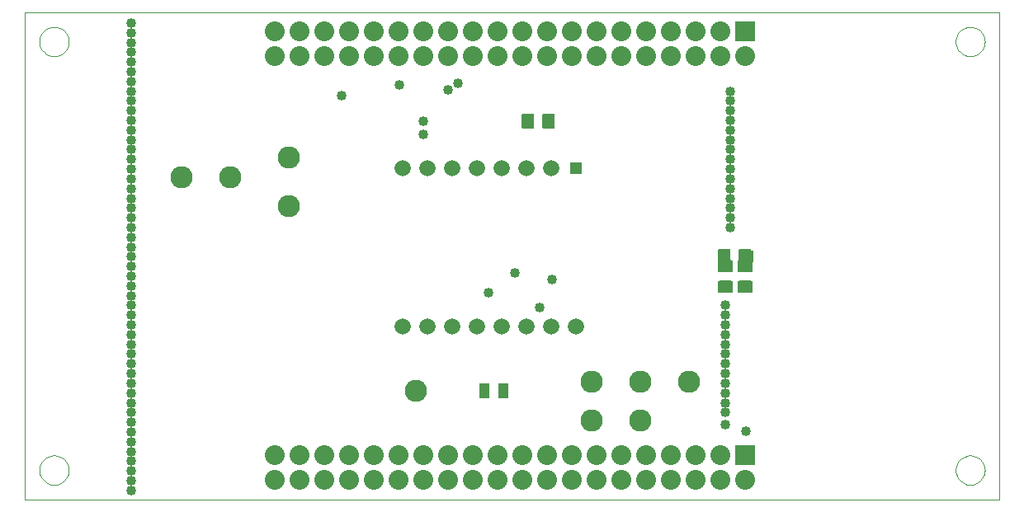
<source format=gbr>
G04 PROTEUS GERBER X2 FILE*
%TF.GenerationSoftware,Labcenter,Proteus,8.16-SP3-Build36097*%
%TF.CreationDate,2025-11-07T09:33:48+00:00*%
%TF.FileFunction,Soldermask,Top*%
%TF.FilePolarity,Negative*%
%TF.Part,Single*%
%TF.SameCoordinates,{ab98911b-3f69-4870-a6fc-6ca9eaabf26d}*%
%FSLAX45Y45*%
%MOMM*%
G01*
%TA.AperFunction,Material*%
%ADD28C,1.016000*%
%AMPPAD021*
4,1,4,
0.586890,0.586890,
0.586890,-0.586890,
-0.586890,-0.586890,
-0.586890,0.586890,
0.586890,0.586890,
0*%
%TA.AperFunction,Material*%
%ADD29PPAD021*%
%ADD72C,1.660000*%
%AMPPAD023*
4,1,36,
-0.508000,0.762000,
0.508000,0.762000,
0.533590,0.759420,
0.557430,0.752020,
0.579000,0.740310,
0.597800,0.724800,
0.613310,0.706000,
0.625020,0.684430,
0.632420,0.660590,
0.635000,0.635000,
0.635000,-0.635000,
0.632420,-0.660590,
0.625020,-0.684430,
0.613310,-0.706000,
0.597800,-0.724800,
0.579000,-0.740310,
0.557430,-0.752020,
0.533590,-0.759420,
0.508000,-0.762000,
-0.508000,-0.762000,
-0.533590,-0.759420,
-0.557430,-0.752020,
-0.579000,-0.740310,
-0.597800,-0.724800,
-0.613310,-0.706000,
-0.625020,-0.684430,
-0.632420,-0.660590,
-0.635000,-0.635000,
-0.635000,0.635000,
-0.632420,0.660590,
-0.625020,0.684430,
-0.613310,0.706000,
-0.597800,0.724800,
-0.579000,0.740310,
-0.557430,0.752020,
-0.533590,0.759420,
-0.508000,0.762000,
0*%
%TA.AperFunction,Material*%
%ADD73PPAD023*%
%TA.AperFunction,Material*%
%ADD30C,2.286000*%
%AMPPAD025*
4,1,4,
-0.469900,0.723900,
0.469900,0.723900,
0.469900,-0.723900,
-0.469900,-0.723900,
-0.469900,0.723900,
0*%
%TA.AperFunction,Material*%
%ADD31PPAD025*%
%AMPPAD026*
4,1,36,
-0.762000,-0.508000,
-0.762000,0.508000,
-0.759420,0.533590,
-0.752020,0.557430,
-0.740310,0.579000,
-0.724800,0.597800,
-0.706000,0.613310,
-0.684430,0.625020,
-0.660590,0.632420,
-0.635000,0.635000,
0.635000,0.635000,
0.660590,0.632420,
0.684430,0.625020,
0.706000,0.613310,
0.724800,0.597800,
0.740310,0.579000,
0.752020,0.557430,
0.759420,0.533590,
0.762000,0.508000,
0.762000,-0.508000,
0.759420,-0.533590,
0.752020,-0.557430,
0.740310,-0.579000,
0.724800,-0.597800,
0.706000,-0.613310,
0.684430,-0.625020,
0.660590,-0.632420,
0.635000,-0.635000,
-0.635000,-0.635000,
-0.660590,-0.632420,
-0.684430,-0.625020,
-0.706000,-0.613310,
-0.724800,-0.597800,
-0.740310,-0.579000,
-0.752020,-0.557430,
-0.759420,-0.533590,
-0.762000,-0.508000,
0*%
%ADD32PPAD026*%
%AMPPAD027*
4,1,36,
-0.350000,0.627000,
0.350000,0.627000,
0.375590,0.624420,
0.399430,0.617020,
0.421000,0.605310,
0.439800,0.589800,
0.455310,0.571000,
0.467020,0.549430,
0.474420,0.525590,
0.477000,0.500000,
0.477000,-0.500000,
0.474420,-0.525590,
0.467020,-0.549430,
0.455310,-0.571000,
0.439800,-0.589800,
0.421000,-0.605310,
0.399430,-0.617020,
0.375590,-0.624420,
0.350000,-0.627000,
-0.350000,-0.627000,
-0.375590,-0.624420,
-0.399430,-0.617020,
-0.421000,-0.605310,
-0.439800,-0.589800,
-0.455310,-0.571000,
-0.467020,-0.549430,
-0.474420,-0.525590,
-0.477000,-0.500000,
-0.477000,0.500000,
-0.474420,0.525590,
-0.467020,0.549430,
-0.455310,0.571000,
-0.439800,0.589800,
-0.421000,0.605310,
-0.399430,0.617020,
-0.375590,0.624420,
-0.350000,0.627000,
0*%
%ADD33PPAD027*%
%AMPPAD028*
4,1,36,
0.889000,-1.016000,
-0.889000,-1.016000,
-0.914590,-1.013420,
-0.938430,-1.006020,
-0.960000,-0.994310,
-0.978800,-0.978800,
-0.994310,-0.960000,
-1.006020,-0.938430,
-1.013420,-0.914590,
-1.016000,-0.889000,
-1.016000,0.889000,
-1.013420,0.914590,
-1.006020,0.938430,
-0.994310,0.960000,
-0.978800,0.978800,
-0.960000,0.994310,
-0.938430,1.006020,
-0.914590,1.013420,
-0.889000,1.016000,
0.889000,1.016000,
0.914590,1.013420,
0.938430,1.006020,
0.960000,0.994310,
0.978800,0.978800,
0.994310,0.960000,
1.006020,0.938430,
1.013420,0.914590,
1.016000,0.889000,
1.016000,-0.889000,
1.013420,-0.914590,
1.006020,-0.938430,
0.994310,-0.960000,
0.978800,-0.978800,
0.960000,-0.994310,
0.938430,-1.006020,
0.914590,-1.013420,
0.889000,-1.016000,
0*%
%TA.AperFunction,Material*%
%ADD34PPAD028*%
%ADD35C,2.032000*%
%TA.AperFunction,Profile*%
%ADD22C,0.101600*%
%TD.AperFunction*%
D28*
X+4100000Y+3894726D03*
X+4100000Y+3759398D03*
X+7410000Y+710000D03*
X+4351823Y+4211740D03*
X+4770000Y+2130000D03*
X+3853180Y+4264111D03*
X+5040000Y+2334894D03*
X+5420000Y+2270000D03*
X+5286809Y+1980949D03*
X+4450555Y+4285447D03*
X+3259081Y+4157520D03*
X+1100000Y+4900000D03*
X+1100000Y+4800000D03*
X+1100000Y+4700000D03*
X+1100000Y+4600000D03*
X+1100000Y+4500000D03*
X+1100000Y+4400000D03*
X+1100000Y+4300000D03*
X+1100000Y+4200000D03*
X+1100000Y+4100000D03*
X+1100000Y+4000000D03*
X+1100000Y+3900000D03*
X+1100000Y+3800000D03*
X+1100000Y+3700000D03*
X+1100000Y+3600000D03*
X+1100000Y+3500000D03*
X+1100000Y+3400000D03*
X+1100000Y+3300000D03*
X+1100000Y+3200000D03*
X+1100000Y+3100000D03*
X+1100000Y+3000000D03*
X+1100000Y+2900000D03*
X+1100000Y+2800000D03*
X+1100000Y+2700000D03*
X+1100000Y+2600000D03*
X+1100000Y+2500000D03*
X+1100000Y+2400000D03*
X+1100000Y+2300000D03*
X+1100000Y+2200000D03*
X+1100000Y+2100000D03*
X+1100000Y+2000000D03*
X+1100000Y+1900000D03*
X+1100000Y+1800000D03*
X+1100000Y+1700000D03*
X+1100000Y+1600000D03*
X+1100000Y+1500000D03*
X+1100000Y+1400000D03*
X+1100000Y+1300000D03*
X+1100000Y+1200000D03*
X+1100000Y+1100000D03*
X+1100000Y+1000000D03*
X+1100000Y+900000D03*
X+1100000Y+800000D03*
X+1100000Y+700000D03*
X+1100000Y+600000D03*
X+1100000Y+500000D03*
X+1100000Y+400000D03*
X+1100000Y+300000D03*
X+1100000Y+200000D03*
X+1100000Y+100000D03*
X+7250000Y+3900000D03*
X+7250000Y+4000000D03*
X+7250000Y+4100000D03*
X+7250000Y+4200000D03*
X+7250000Y+3800000D03*
X+7250000Y+3700000D03*
X+7250000Y+3600000D03*
X+7250000Y+3500000D03*
X+7250000Y+3400000D03*
X+7250000Y+3300000D03*
X+7250000Y+3200000D03*
X+7250000Y+3100000D03*
X+7250000Y+3000000D03*
X+7250000Y+2900000D03*
X+7250000Y+2800000D03*
X+7200000Y+780000D03*
X+7200000Y+900000D03*
X+7200000Y+1000000D03*
X+7200000Y+1100000D03*
X+7200000Y+1200000D03*
X+7200000Y+1300000D03*
X+7200000Y+1400000D03*
X+7200000Y+1500000D03*
X+7200000Y+1600000D03*
X+7200000Y+1700000D03*
X+7200000Y+1800000D03*
X+7200000Y+1900000D03*
X+7200000Y+2000000D03*
D29*
X+5660000Y+3410000D03*
D72*
X+5406000Y+3410000D03*
X+5152000Y+3410000D03*
X+4898000Y+3410000D03*
X+4644000Y+3410000D03*
X+4390000Y+3410000D03*
X+4136000Y+3410000D03*
X+3882000Y+3410000D03*
X+3882000Y+1781000D03*
X+4136000Y+1781000D03*
X+4390000Y+1781000D03*
X+4644000Y+1781000D03*
X+4898000Y+1781000D03*
X+5152000Y+1781000D03*
X+5406000Y+1781000D03*
X+5660000Y+1781000D03*
D73*
X+5170000Y+3890000D03*
X+5383360Y+3890000D03*
D30*
X+2720000Y+3520000D03*
X+2720000Y+3020000D03*
X+2120000Y+3320000D03*
X+1620000Y+3320000D03*
X+4020000Y+1120000D03*
D31*
X+4720000Y+1120000D03*
X+4920000Y+1120000D03*
D30*
X+5820000Y+1220000D03*
X+5820000Y+820000D03*
X+6320000Y+1220000D03*
X+6320000Y+820000D03*
X+6820000Y+1220000D03*
D32*
X+7200000Y+2186640D03*
X+7200000Y+2400000D03*
X+7400000Y+2186640D03*
X+7400000Y+2400000D03*
D73*
X+7186640Y+2500000D03*
X+7400000Y+2500000D03*
D33*
X+7430000Y+2500000D03*
D34*
X+7400000Y+4813120D03*
D35*
X+7146000Y+4813120D03*
X+6892000Y+4813120D03*
X+6638000Y+4813120D03*
X+6384000Y+4813120D03*
X+6130000Y+4813120D03*
X+5876000Y+4813120D03*
X+5622000Y+4813120D03*
X+5368000Y+4813120D03*
X+5114000Y+4813120D03*
X+4860000Y+4813120D03*
X+4606000Y+4813120D03*
X+4352000Y+4813120D03*
X+4098000Y+4813120D03*
X+3844000Y+4813120D03*
X+3590000Y+4813120D03*
X+3336000Y+4813120D03*
X+3082000Y+4813120D03*
X+2828000Y+4813120D03*
X+2574000Y+4813120D03*
X+2574000Y+4559120D03*
X+2828000Y+4559120D03*
X+3082000Y+4559120D03*
X+3336000Y+4559120D03*
X+3590000Y+4559120D03*
X+3844000Y+4559120D03*
X+4098000Y+4559120D03*
X+4352000Y+4559120D03*
X+4606000Y+4559120D03*
X+4860000Y+4559120D03*
X+5114000Y+4559120D03*
X+5368000Y+4559120D03*
X+5622000Y+4559120D03*
X+5876000Y+4559120D03*
X+6130000Y+4559120D03*
X+6384000Y+4559120D03*
X+6638000Y+4559120D03*
X+6892000Y+4559120D03*
X+7146000Y+4559120D03*
X+7400000Y+4559120D03*
D34*
X+7400000Y+460000D03*
D35*
X+7146000Y+460000D03*
X+6892000Y+460000D03*
X+6638000Y+460000D03*
X+6384000Y+460000D03*
X+6130000Y+460000D03*
X+5876000Y+460000D03*
X+5622000Y+460000D03*
X+5368000Y+460000D03*
X+5114000Y+460000D03*
X+4860000Y+460000D03*
X+4606000Y+460000D03*
X+4352000Y+460000D03*
X+4098000Y+460000D03*
X+3844000Y+460000D03*
X+3590000Y+460000D03*
X+3336000Y+460000D03*
X+3082000Y+460000D03*
X+2828000Y+460000D03*
X+2574000Y+460000D03*
X+2574000Y+206000D03*
X+2828000Y+206000D03*
X+3082000Y+206000D03*
X+3336000Y+206000D03*
X+3590000Y+206000D03*
X+3844000Y+206000D03*
X+4098000Y+206000D03*
X+4352000Y+206000D03*
X+4606000Y+206000D03*
X+4860000Y+206000D03*
X+5114000Y+206000D03*
X+5368000Y+206000D03*
X+5622000Y+206000D03*
X+5876000Y+206000D03*
X+6130000Y+206000D03*
X+6384000Y+206000D03*
X+6638000Y+206000D03*
X+6892000Y+206000D03*
X+7146000Y+206000D03*
X+7400000Y+206000D03*
D22*
X+9000Y+9000D02*
X+10009000Y+9000D01*
X+10009000Y+5009000D01*
X+9000Y+5009000D01*
X+9000Y+9000D01*
X+9859000Y+4709000D02*
X+9858498Y+4721258D01*
X+9854422Y+4745775D01*
X+9845906Y+4770292D01*
X+9832032Y+4794809D01*
X+9810806Y+4819161D01*
X+9786289Y+4837555D01*
X+9761772Y+4849411D01*
X+9737255Y+4856315D01*
X+9712738Y+4858953D01*
X+9709000Y+4859000D01*
X+9559000Y+4709000D02*
X+9559502Y+4721258D01*
X+9563578Y+4745775D01*
X+9572094Y+4770292D01*
X+9585968Y+4794809D01*
X+9607194Y+4819161D01*
X+9631711Y+4837555D01*
X+9656228Y+4849411D01*
X+9680745Y+4856315D01*
X+9705262Y+4858953D01*
X+9709000Y+4859000D01*
X+9559000Y+4709000D02*
X+9559502Y+4696742D01*
X+9563578Y+4672225D01*
X+9572094Y+4647708D01*
X+9585968Y+4623191D01*
X+9607194Y+4598839D01*
X+9631711Y+4580445D01*
X+9656228Y+4568589D01*
X+9680745Y+4561685D01*
X+9705262Y+4559047D01*
X+9709000Y+4559000D01*
X+9859000Y+4709000D02*
X+9858498Y+4696742D01*
X+9854422Y+4672225D01*
X+9845906Y+4647708D01*
X+9832032Y+4623191D01*
X+9810806Y+4598839D01*
X+9786289Y+4580445D01*
X+9761772Y+4568589D01*
X+9737255Y+4561685D01*
X+9712738Y+4559047D01*
X+9709000Y+4559000D01*
X+9859000Y+309000D02*
X+9858498Y+321258D01*
X+9854422Y+345775D01*
X+9845906Y+370292D01*
X+9832032Y+394809D01*
X+9810806Y+419161D01*
X+9786289Y+437555D01*
X+9761772Y+449411D01*
X+9737255Y+456315D01*
X+9712738Y+458953D01*
X+9709000Y+459000D01*
X+9559000Y+309000D02*
X+9559502Y+321258D01*
X+9563578Y+345775D01*
X+9572094Y+370292D01*
X+9585968Y+394809D01*
X+9607194Y+419161D01*
X+9631711Y+437555D01*
X+9656228Y+449411D01*
X+9680745Y+456315D01*
X+9705262Y+458953D01*
X+9709000Y+459000D01*
X+9559000Y+309000D02*
X+9559502Y+296742D01*
X+9563578Y+272225D01*
X+9572094Y+247708D01*
X+9585968Y+223191D01*
X+9607194Y+198839D01*
X+9631711Y+180445D01*
X+9656228Y+168589D01*
X+9680745Y+161685D01*
X+9705262Y+159047D01*
X+9709000Y+159000D01*
X+9859000Y+309000D02*
X+9858498Y+296742D01*
X+9854422Y+272225D01*
X+9845906Y+247708D01*
X+9832032Y+223191D01*
X+9810806Y+198839D01*
X+9786289Y+180445D01*
X+9761772Y+168589D01*
X+9737255Y+161685D01*
X+9712738Y+159047D01*
X+9709000Y+159000D01*
X+459000Y+309000D02*
X+458498Y+321258D01*
X+454422Y+345775D01*
X+445906Y+370292D01*
X+432032Y+394809D01*
X+410806Y+419161D01*
X+386289Y+437555D01*
X+361772Y+449411D01*
X+337255Y+456315D01*
X+312738Y+458953D01*
X+309000Y+459000D01*
X+159000Y+309000D02*
X+159502Y+321258D01*
X+163578Y+345775D01*
X+172094Y+370292D01*
X+185968Y+394809D01*
X+207194Y+419161D01*
X+231711Y+437555D01*
X+256228Y+449411D01*
X+280745Y+456315D01*
X+305262Y+458953D01*
X+309000Y+459000D01*
X+159000Y+309000D02*
X+159502Y+296742D01*
X+163578Y+272225D01*
X+172094Y+247708D01*
X+185968Y+223191D01*
X+207194Y+198839D01*
X+231711Y+180445D01*
X+256228Y+168589D01*
X+280745Y+161685D01*
X+305262Y+159047D01*
X+309000Y+159000D01*
X+459000Y+309000D02*
X+458498Y+296742D01*
X+454422Y+272225D01*
X+445906Y+247708D01*
X+432032Y+223191D01*
X+410806Y+198839D01*
X+386289Y+180445D01*
X+361772Y+168589D01*
X+337255Y+161685D01*
X+312738Y+159047D01*
X+309000Y+159000D01*
X+459000Y+4709000D02*
X+458498Y+4721258D01*
X+454422Y+4745775D01*
X+445906Y+4770292D01*
X+432032Y+4794809D01*
X+410806Y+4819161D01*
X+386289Y+4837555D01*
X+361772Y+4849411D01*
X+337255Y+4856315D01*
X+312738Y+4858953D01*
X+309000Y+4859000D01*
X+159000Y+4709000D02*
X+159502Y+4721258D01*
X+163578Y+4745775D01*
X+172094Y+4770292D01*
X+185968Y+4794809D01*
X+207194Y+4819161D01*
X+231711Y+4837555D01*
X+256228Y+4849411D01*
X+280745Y+4856315D01*
X+305262Y+4858953D01*
X+309000Y+4859000D01*
X+159000Y+4709000D02*
X+159502Y+4696742D01*
X+163578Y+4672225D01*
X+172094Y+4647708D01*
X+185968Y+4623191D01*
X+207194Y+4598839D01*
X+231711Y+4580445D01*
X+256228Y+4568589D01*
X+280745Y+4561685D01*
X+305262Y+4559047D01*
X+309000Y+4559000D01*
X+459000Y+4709000D02*
X+458498Y+4696742D01*
X+454422Y+4672225D01*
X+445906Y+4647708D01*
X+432032Y+4623191D01*
X+410806Y+4598839D01*
X+386289Y+4580445D01*
X+361772Y+4568589D01*
X+337255Y+4561685D01*
X+312738Y+4559047D01*
X+309000Y+4559000D01*
M02*

</source>
